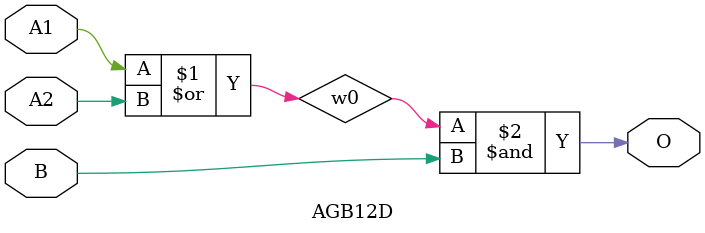
<source format=v>
module AGB12D(A1, A2, B, O);
input   A1;
input   A2;
input   B;
output  O;
or g0(w0, A1, A2);
and g1(O, w0, B);
endmodule
</source>
